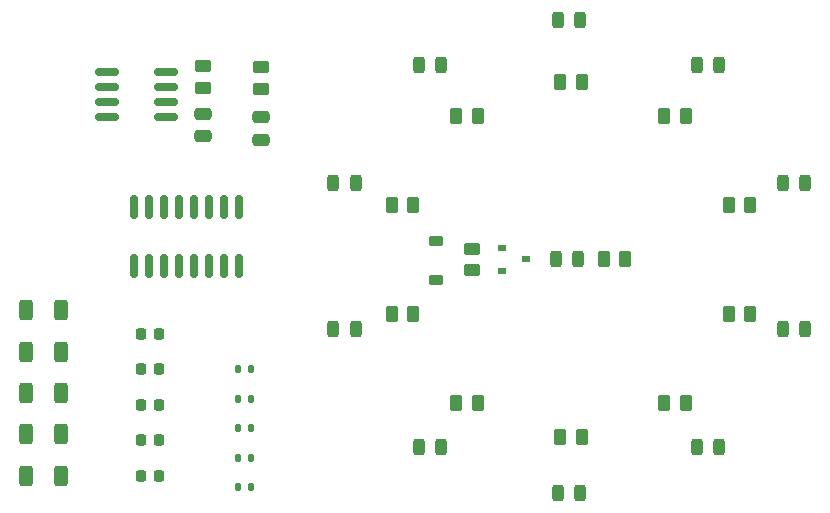
<source format=gbr>
%TF.GenerationSoftware,KiCad,Pcbnew,7.0.1*%
%TF.CreationDate,2023-04-18T15:39:04-07:00*%
%TF.ProjectId,makerspace-smt-training,6d616b65-7273-4706-9163-652d736d742d,rev?*%
%TF.SameCoordinates,Original*%
%TF.FileFunction,Paste,Top*%
%TF.FilePolarity,Positive*%
%FSLAX46Y46*%
G04 Gerber Fmt 4.6, Leading zero omitted, Abs format (unit mm)*
G04 Created by KiCad (PCBNEW 7.0.1) date 2023-04-18 15:39:04*
%MOMM*%
%LPD*%
G01*
G04 APERTURE LIST*
G04 Aperture macros list*
%AMRoundRect*
0 Rectangle with rounded corners*
0 $1 Rounding radius*
0 $2 $3 $4 $5 $6 $7 $8 $9 X,Y pos of 4 corners*
0 Add a 4 corners polygon primitive as box body*
4,1,4,$2,$3,$4,$5,$6,$7,$8,$9,$2,$3,0*
0 Add four circle primitives for the rounded corners*
1,1,$1+$1,$2,$3*
1,1,$1+$1,$4,$5*
1,1,$1+$1,$6,$7*
1,1,$1+$1,$8,$9*
0 Add four rect primitives between the rounded corners*
20,1,$1+$1,$2,$3,$4,$5,0*
20,1,$1+$1,$4,$5,$6,$7,0*
20,1,$1+$1,$6,$7,$8,$9,0*
20,1,$1+$1,$8,$9,$2,$3,0*%
G04 Aperture macros list end*
%ADD10R,0.800000X0.600000*%
%ADD11RoundRect,0.225000X-0.375000X0.225000X-0.375000X-0.225000X0.375000X-0.225000X0.375000X0.225000X0*%
%ADD12RoundRect,0.243750X-0.243750X-0.456250X0.243750X-0.456250X0.243750X0.456250X-0.243750X0.456250X0*%
%ADD13RoundRect,0.250000X-0.262500X-0.450000X0.262500X-0.450000X0.262500X0.450000X-0.262500X0.450000X0*%
%ADD14RoundRect,0.225000X-0.225000X-0.250000X0.225000X-0.250000X0.225000X0.250000X-0.225000X0.250000X0*%
%ADD15RoundRect,0.250000X0.312500X0.625000X-0.312500X0.625000X-0.312500X-0.625000X0.312500X-0.625000X0*%
%ADD16RoundRect,0.135000X-0.135000X-0.185000X0.135000X-0.185000X0.135000X0.185000X-0.135000X0.185000X0*%
%ADD17RoundRect,0.250000X-0.312500X-0.625000X0.312500X-0.625000X0.312500X0.625000X-0.312500X0.625000X0*%
%ADD18RoundRect,0.250000X0.450000X-0.262500X0.450000X0.262500X-0.450000X0.262500X-0.450000X-0.262500X0*%
%ADD19RoundRect,0.250000X-0.450000X0.262500X-0.450000X-0.262500X0.450000X-0.262500X0.450000X0.262500X0*%
%ADD20RoundRect,0.250000X0.475000X-0.250000X0.475000X0.250000X-0.475000X0.250000X-0.475000X-0.250000X0*%
%ADD21RoundRect,0.250000X0.262500X0.450000X-0.262500X0.450000X-0.262500X-0.450000X0.262500X-0.450000X0*%
%ADD22RoundRect,0.135000X0.135000X0.185000X-0.135000X0.185000X-0.135000X-0.185000X0.135000X-0.185000X0*%
%ADD23RoundRect,0.150000X-0.825000X-0.150000X0.825000X-0.150000X0.825000X0.150000X-0.825000X0.150000X0*%
%ADD24RoundRect,0.150000X-0.150000X0.825000X-0.150000X-0.825000X0.150000X-0.825000X0.150000X0.825000X0*%
%ADD25RoundRect,0.250000X-0.475000X0.250000X-0.475000X-0.250000X0.475000X-0.250000X0.475000X0.250000X0*%
G04 APERTURE END LIST*
D10*
%TO.C,Q1*%
X134360000Y-76200000D03*
X132340000Y-75250000D03*
X132340000Y-77150000D03*
%TD*%
D11*
%TO.C,D12*%
X126746000Y-74677000D03*
X126746000Y-77977000D03*
%TD*%
D12*
%TO.C,D10*%
X118031625Y-69750000D03*
X119906625Y-69750000D03*
%TD*%
%TO.C,D6*%
X137052756Y-95930340D03*
X138927756Y-95930340D03*
%TD*%
D13*
%TO.C,R3*%
X140900000Y-76196823D03*
X142725000Y-76196823D03*
%TD*%
D14*
%TO.C,C5*%
X101725000Y-88500000D03*
X103275000Y-88500000D03*
%TD*%
D12*
%TO.C,D9*%
X118031625Y-82110679D03*
X119906625Y-82110679D03*
%TD*%
D14*
%TO.C,C4*%
X101725000Y-85500000D03*
X103275000Y-85500000D03*
%TD*%
D15*
%TO.C,R18*%
X94962500Y-91000000D03*
X92037500Y-91000000D03*
%TD*%
D12*
%TO.C,D3*%
X156073886Y-69750000D03*
X157948886Y-69750000D03*
%TD*%
%TO.C,D5*%
X148808461Y-92110679D03*
X150683461Y-92110679D03*
%TD*%
%TO.C,D7*%
X136875000Y-76196823D03*
X138750000Y-76196823D03*
%TD*%
D13*
%TO.C,R7*%
X146054278Y-88332077D03*
X147879278Y-88332077D03*
%TD*%
D12*
%TO.C,D8*%
X125297050Y-92110679D03*
X127172050Y-92110679D03*
%TD*%
D16*
%TO.C,R22*%
X109990000Y-90500000D03*
X111010000Y-90500000D03*
%TD*%
D13*
%TO.C,R4*%
X151503347Y-71561568D03*
X153328347Y-71561568D03*
%TD*%
D17*
%TO.C,R17*%
X92037500Y-87500000D03*
X94962500Y-87500000D03*
%TD*%
D18*
%TO.C,R11*%
X111868375Y-61750000D03*
X111868375Y-59925000D03*
%TD*%
D13*
%TO.C,R12*%
X122971652Y-71561568D03*
X124796652Y-71561568D03*
%TD*%
D12*
%TO.C,D11*%
X125297050Y-59750000D03*
X127172050Y-59750000D03*
%TD*%
D19*
%TO.C,R14*%
X129794000Y-77112500D03*
X129794000Y-75287500D03*
%TD*%
D16*
%TO.C,R20*%
X109990000Y-85500000D03*
X111010000Y-85500000D03*
%TD*%
D15*
%TO.C,R16*%
X94962500Y-84000000D03*
X92037500Y-84000000D03*
%TD*%
D13*
%TO.C,R1*%
X137237500Y-61196823D03*
X139062500Y-61196823D03*
%TD*%
D20*
%TO.C,C1*%
X107000000Y-65753177D03*
X107000000Y-63853177D03*
%TD*%
D12*
%TO.C,D4*%
X156073886Y-82110679D03*
X157948886Y-82110679D03*
%TD*%
D21*
%TO.C,R10*%
X124796652Y-80832077D03*
X122971652Y-80832077D03*
%TD*%
D14*
%TO.C,C6*%
X101725000Y-91500000D03*
X103275000Y-91500000D03*
%TD*%
D22*
%TO.C,R21*%
X111010000Y-88000000D03*
X109990000Y-88000000D03*
%TD*%
D21*
%TO.C,R8*%
X139062500Y-91196823D03*
X137237500Y-91196823D03*
%TD*%
D12*
%TO.C,D2*%
X148808461Y-59750000D03*
X150683461Y-59750000D03*
%TD*%
D18*
%TO.C,R6*%
X107000000Y-61662500D03*
X107000000Y-59837500D03*
%TD*%
D23*
%TO.C,U1*%
X98868375Y-60345000D03*
X98868375Y-61615000D03*
X98868375Y-62885000D03*
X98868375Y-64155000D03*
X103818375Y-64155000D03*
X103818375Y-62885000D03*
X103818375Y-61615000D03*
X103818375Y-60345000D03*
%TD*%
D17*
%TO.C,R15*%
X92037500Y-80500000D03*
X94962500Y-80500000D03*
%TD*%
D21*
%TO.C,R9*%
X130245721Y-88332077D03*
X128420721Y-88332077D03*
%TD*%
D24*
%TO.C,U2*%
X109995000Y-71775000D03*
X108725000Y-71775000D03*
X107455000Y-71775000D03*
X106185000Y-71775000D03*
X104915000Y-71775000D03*
X103645000Y-71775000D03*
X102375000Y-71775000D03*
X101105000Y-71775000D03*
X101105000Y-76725000D03*
X102375000Y-76725000D03*
X103645000Y-76725000D03*
X104915000Y-76725000D03*
X106185000Y-76725000D03*
X107455000Y-76725000D03*
X108725000Y-76725000D03*
X109995000Y-76725000D03*
%TD*%
D22*
%TO.C,R23*%
X111010000Y-93000000D03*
X109990000Y-93000000D03*
%TD*%
D13*
%TO.C,R5*%
X151503347Y-80832077D03*
X153328347Y-80832077D03*
%TD*%
D14*
%TO.C,C3*%
X101725000Y-82500000D03*
X103275000Y-82500000D03*
%TD*%
D17*
%TO.C,R19*%
X92037500Y-94500000D03*
X94962500Y-94500000D03*
%TD*%
D13*
%TO.C,R2*%
X146054278Y-64061568D03*
X147879278Y-64061568D03*
%TD*%
D12*
%TO.C,D1*%
X137052756Y-55930340D03*
X138927756Y-55930340D03*
%TD*%
D14*
%TO.C,C7*%
X101725000Y-94500000D03*
X103275000Y-94500000D03*
%TD*%
D16*
%TO.C,R24*%
X109990000Y-95500000D03*
X111010000Y-95500000D03*
%TD*%
D25*
%TO.C,C2*%
X111893375Y-64148752D03*
X111893375Y-66048752D03*
%TD*%
D13*
%TO.C,R13*%
X128420721Y-64061568D03*
X130245721Y-64061568D03*
%TD*%
M02*

</source>
